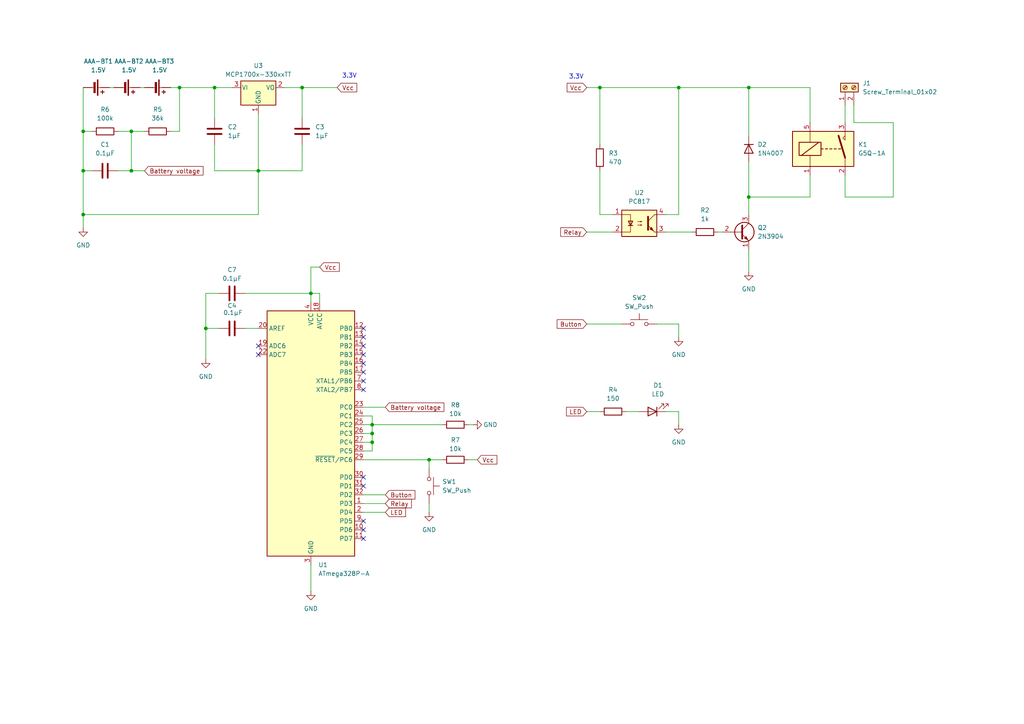
<source format=kicad_sch>
(kicad_sch (version 20250114) (generator "eeschema") (generator_version "9.0")
  (paper "A4")
  (lib_symbols
    (symbol "Connector:Screw_Terminal_01x02" (pin_names (offset 1.016) (hide yes))
      (property "Reference" "J" (at 0 2.54 0))
      (property "Value" "Screw_Terminal_01x02" (at 0 -5.08 0))
      (symbol "Screw_Terminal_01x02_1_1"
        (rectangle (start -1.27 1.27) (end 1.27 -3.81) (stroke (width 0.254)) (fill (type background)))
        (polyline (pts (xy -0.5334 0.3302) (xy 0.3302 -0.508)) (stroke (width 0.1524)))
        (polyline (pts (xy -0.5334 -2.2098) (xy 0.3302 -3.048)) (stroke (width 0.1524)))
        (polyline (pts (xy -0.3556 0.508) (xy 0.508 -0.3302)) (stroke (width 0.1524)))
        (polyline (pts (xy -0.3556 -2.032) (xy 0.508 -2.8702)) (stroke (width 0.1524)))
        (circle (center 0 0) (radius 0.635) (stroke (width 0.1524)))
        (circle (center 0 -2.54) (radius 0.635) (stroke (width 0.1524)))
        (pin passive line (at -5.08 0 0) (length 3.81) (name "Pin_1") (number "1"))
        (pin passive line (at -5.08 -2.54 0) (length 3.81) (name "Pin_2") (number "2"))
      )
    )
    (symbol "Device:Battery_Cell" (pin_numbers (hide yes)) (pin_names (offset 0) (hide yes))
      (property "Reference" "BT" (at 2.54 2.54 0))
      (property "Value" "Battery_Cell" (at 2.54 0 0))
      (symbol "Battery_Cell_0_1"
        (rectangle (start -2.286 1.778) (end 2.286 1.524) (fill (type outline)))
        (rectangle (start -1.524 1.016) (end 1.524 0.508) (fill (type outline)))
        (polyline (pts (xy 0 1.778) (xy 0 2.54)))
        (polyline (pts (xy 0 0.762) (xy 0 0)))
        (polyline (pts (xy 0.762 3.048) (xy 1.778 3.048)) (stroke (width 0.254)))
        (polyline (pts (xy 1.27 3.556) (xy 1.27 2.54)) (stroke (width 0.254)))
      )
      (symbol "Battery_Cell_1_1"
        (pin passive line (at 0 5.08 270) (length 2.54) (name "+") (number "1"))
        (pin passive line (at 0 -2.54 90) (length 2.54) (name "-") (number "2"))
      )
    )
    (symbol "Device:C" (pin_numbers (hide yes)) (pin_names (offset 0.254))
      (property "Reference" "C" (at 0.635 2.54 0))
      (property "Value" "C" (at 0.635 -2.54 0))
      (symbol "C_0_1"
        (polyline (pts (xy -2.032 0.762) (xy 2.032 0.762)) (stroke (width 0.508)))
        (polyline (pts (xy -2.032 -0.762) (xy 2.032 -0.762)) (stroke (width 0.508)))
      )
      (symbol "C_1_1"
        (pin passive line (at 0 3.81 270) (length 2.794) (name "~") (number "1"))
        (pin passive line (at 0 -3.81 90) (length 2.794) (name "~") (number "2"))
      )
    )
    (symbol "Device:LED" (pin_numbers (hide yes)) (pin_names (offset 1.016) (hide yes))
      (property "Reference" "D" (at 0 2.54 0))
      (property "Value" "LED" (at 0 -2.54 0))
      (symbol "LED_0_1"
        (polyline (pts (xy -3.048 -0.762) (xy -4.572 -2.286) (xy -3.81 -2.286) (xy -4.572 -2.286) (xy -4.572 -1.524)))
        (polyline (pts (xy -1.778 -0.762) (xy -3.302 -2.286) (xy -2.54 -2.286) (xy -3.302 -2.286) (xy -3.302 -1.524)))
        (polyline (pts (xy -1.27 0) (xy 1.27 0)))
        (polyline (pts (xy -1.27 -1.27) (xy -1.27 1.27)) (stroke (width 0.254)))
        (polyline (pts (xy 1.27 -1.27) (xy 1.27 1.27) (xy -1.27 0) (xy 1.27 -1.27)) (stroke (width 0.254)))
      )
      (symbol "LED_1_1"
        (pin passive line (at -3.81 0 0) (length 2.54) (name "K") (number "1"))
        (pin passive line (at 3.81 0 180) (length 2.54) (name "A") (number "2"))
      )
    )
    (symbol "Device:R" (pin_numbers (hide yes)) (pin_names (offset 0))
      (property "Reference" "R" (at 2.032 0 90))
      (property "Value" "R" (at 0 0 90))
      (symbol "R_0_1"
        (rectangle (start -1.016 -2.54) (end 1.016 2.54) (stroke (width 0.254)))
      )
      (symbol "R_1_1"
        (pin passive line (at 0 3.81 270) (length 1.27) (name "~") (number "1"))
        (pin passive line (at 0 -3.81 90) (length 1.27) (name "~") (number "2"))
      )
    )
    (symbol "Diode:1N4007" (pin_numbers (hide yes)) (pin_names (hide yes))
      (property "Reference" "D" (at 0 2.54 0))
      (property "Value" "1N4007" (at 0 -2.54 0))
      (symbol "1N4007_0_1"
        (polyline (pts (xy -1.27 1.27) (xy -1.27 -1.27)) (stroke (width 0.254)))
        (polyline (pts (xy 1.27 1.27) (xy 1.27 -1.27) (xy -1.27 0) (xy 1.27 1.27)) (stroke (width 0.254)))
        (polyline (pts (xy 1.27 0) (xy -1.27 0)))
      )
      (symbol "1N4007_1_1"
        (pin passive line (at -3.81 0 0) (length 2.54) (name "K") (number "1"))
        (pin passive line (at 3.81 0 180) (length 2.54) (name "A") (number "2"))
      )
    )
    (symbol "Isolator:PC817" (pin_names (offset 1.016))
      (property "Reference" "U" (at -5.08 5.08 0))
      (property "Value" "PC817" (at 0 5.08 0))
      (symbol "PC817_0_1"
        (rectangle (start -5.08 3.81) (end 5.08 -3.81) (stroke (width 0.254)) (fill (type background)))
        (polyline (pts (xy -5.08 2.54) (xy -2.54 2.54) (xy -2.54 -0.635)))
        (polyline (pts (xy -3.175 -0.635) (xy -1.905 -0.635)) (stroke (width 0.254)))
        (polyline (pts (xy -2.54 -0.635) (xy -2.54 -2.54) (xy -5.08 -2.54)))
        (polyline (pts (xy -2.54 -0.635) (xy -3.175 0.635) (xy -1.905 0.635) (xy -2.54 -0.635)) (stroke (width 0.254)))
        (polyline (pts (xy -0.508 0.508) (xy 0.762 0.508) (xy 0.381 0.381) (xy 0.381 0.635) (xy 0.762 0.508)))
        (polyline (pts (xy -0.508 -0.508) (xy 0.762 -0.508) (xy 0.381 -0.635) (xy 0.381 -0.381) (xy 0.762 -0.508)))
        (polyline (pts (xy 2.54 1.905) (xy 2.54 -1.905) (xy 2.54 -1.905)) (stroke (width 0.508)))
        (polyline (pts (xy 2.54 0.635) (xy 4.445 2.54)))
        (polyline (pts (xy 3.048 -1.651) (xy 3.556 -1.143) (xy 4.064 -2.159) (xy 3.048 -1.651) (xy 3.048 -1.651)) (fill (type outline)))
        (polyline (pts (xy 4.445 2.54) (xy 5.08 2.54)))
        (polyline (pts (xy 4.445 -2.54) (xy 2.54 -0.635)) (fill (type outline)))
        (polyline (pts (xy 4.445 -2.54) (xy 5.08 -2.54)))
      )
      (symbol "PC817_1_1"
        (pin passive line (at -7.62 2.54 0) (length 2.54) (name "~") (number "1"))
        (pin passive line (at -7.62 -2.54 0) (length 2.54) (name "~") (number "2"))
        (pin passive line (at 7.62 2.54 180) (length 2.54) (name "~") (number "4"))
        (pin passive line (at 7.62 -2.54 180) (length 2.54) (name "~") (number "3"))
      )
    )
    (symbol "MCU_Microchip_ATmega:ATmega328P-A"
      (property "Reference" "U" (at -12.7 36.83 0))
      (property "Value" "ATmega328P-A" (at 2.54 -36.83 0))
      (symbol "ATmega328P-A_0_1"
        (rectangle (start -12.7 -35.56) (end 12.7 35.56) (stroke (width 0.254)) (fill (type background)))
      )
      (symbol "ATmega328P-A_1_1"
        (pin passive line (at -15.24 30.48 0) (length 2.54) (name "AREF") (number "20"))
        (pin input line (at -15.24 25.4 0) (length 2.54) (name "ADC6") (number "19"))
        (pin input line (at -15.24 22.86 0) (length 2.54) (name "ADC7") (number "22"))
        (pin power_in line (at 0 38.1 270) (length 2.54) (name "VCC") (number "4"))
        (pin passive line (at 0 38.1 270) (length 2.54) (hide yes) (name "VCC") (number "6"))
        (pin passive line (at 0 -38.1 90) (length 2.54) (hide yes) (name "GND") (number "21"))
        (pin power_in line (at 0 -38.1 90) (length 2.54) (name "GND") (number "3"))
        (pin passive line (at 0 -38.1 90) (length 2.54) (hide yes) (name "GND") (number "5"))
        (pin power_in line (at 2.54 38.1 270) (length 2.54) (name "AVCC") (number "18"))
        (pin bidirectional line (at 15.24 30.48 180) (length 2.54) (name "PB0") (number "12"))
        (pin bidirectional line (at 15.24 27.94 180) (length 2.54) (name "PB1") (number "13"))
        (pin bidirectional line (at 15.24 25.4 180) (length 2.54) (name "PB2") (number "14"))
        (pin bidirectional line (at 15.24 22.86 180) (length 2.54) (name "PB3") (number "15"))
        (pin bidirectional line (at 15.24 20.32 180) (length 2.54) (name "PB4") (number "16"))
        (pin bidirectional line (at 15.24 17.78 180) (length 2.54) (name "PB5") (number "17"))
        (pin bidirectional line (at 15.24 15.24 180) (length 2.54) (name "XTAL1/PB6") (number "7"))
        (pin bidirectional line (at 15.24 12.7 180) (length 2.54) (name "XTAL2/PB7") (number "8"))
        (pin bidirectional line (at 15.24 7.62 180) (length 2.54) (name "PC0") (number "23"))
        (pin bidirectional line (at 15.24 5.08 180) (length 2.54) (name "PC1") (number "24"))
        (pin bidirectional line (at 15.24 2.54 180) (length 2.54) (name "PC2") (number "25"))
        (pin bidirectional line (at 15.24 0 180) (length 2.54) (name "PC3") (number "26"))
        (pin bidirectional line (at 15.24 -2.54 180) (length 2.54) (name "PC4") (number "27"))
        (pin bidirectional line (at 15.24 -5.08 180) (length 2.54) (name "PC5") (number "28"))
        (pin bidirectional line (at 15.24 -7.62 180) (length 2.54) (name "~{RESET}/PC6") (number "29"))
        (pin bidirectional line (at 15.24 -12.7 180) (length 2.54) (name "PD0") (number "30"))
        (pin bidirectional line (at 15.24 -15.24 180) (length 2.54) (name "PD1") (number "31"))
        (pin bidirectional line (at 15.24 -17.78 180) (length 2.54) (name "PD2") (number "32"))
        (pin bidirectional line (at 15.24 -20.32 180) (length 2.54) (name "PD3") (number "1"))
        (pin bidirectional line (at 15.24 -22.86 180) (length 2.54) (name "PD4") (number "2"))
        (pin bidirectional line (at 15.24 -25.4 180) (length 2.54) (name "PD5") (number "9"))
        (pin bidirectional line (at 15.24 -27.94 180) (length 2.54) (name "PD6") (number "10"))
        (pin bidirectional line (at 15.24 -30.48 180) (length 2.54) (name "PD7") (number "11"))
      )
    )
    (symbol "Regulator_Linear:MCP1700x-330xxTT" (pin_names (offset 0.254))
      (property "Reference" "U" (at -3.81 3.175 0))
      (property "Value" "MCP1700x-330xxTT" (at 0 3.175 0))
      (symbol "MCP1700x-330xxTT_0_1"
        (rectangle (start -5.08 1.905) (end 5.08 -5.08) (stroke (width 0.254)) (fill (type background)))
      )
      (symbol "MCP1700x-330xxTT_1_1"
        (pin power_in line (at -7.62 0 0) (length 2.54) (name "VI") (number "3"))
        (pin power_in line (at 0 -7.62 90) (length 2.54) (name "GND") (number "1"))
        (pin power_out line (at 7.62 0 180) (length 2.54) (name "VO") (number "2"))
      )
    )
    (symbol "Relay:G5Q-1A"
      (property "Reference" "K" (at 8.89 3.81 0))
      (property "Value" "G5Q-1A" (at 8.89 1.27 0))
      (symbol "G5Q-1A_0_0"
        (polyline (pts (xy 5.08 5.08) (xy 5.08 2.54) (xy 4.445 3.175) (xy 5.08 3.81)))
      )
      (symbol "G5Q-1A_0_1"
        (rectangle (start -10.16 5.08) (end 7.62 -5.08) (stroke (width 0.254)) (fill (type background)))
        (rectangle (start -8.255 1.905) (end -1.905 -1.905) (stroke (width 0.254)))
        (polyline (pts (xy -7.62 -1.905) (xy -2.54 1.905)) (stroke (width 0.254)))
        (polyline (pts (xy -5.08 5.08) (xy -5.08 1.905)))
        (polyline (pts (xy -5.08 -5.08) (xy -5.08 -1.905)))
        (polyline (pts (xy -1.905 0) (xy -1.27 0)) (stroke (width 0.254)))
        (polyline (pts (xy -0.635 0) (xy 0 0)) (stroke (width 0.254)))
        (polyline (pts (xy 0.635 0) (xy 1.27 0)) (stroke (width 0.254)))
        (polyline (pts (xy 1.905 0) (xy 2.54 0)) (stroke (width 0.254)))
        (polyline (pts (xy 3.175 0) (xy 3.81 0)) (stroke (width 0.254)))
        (polyline (pts (xy 5.08 -2.54) (xy 3.175 3.81)) (stroke (width 0.508)))
        (polyline (pts (xy 5.08 -2.54) (xy 5.08 -5.08)))
      )
      (symbol "G5Q-1A_1_1"
        (pin passive line (at -5.08 7.62 270) (length 2.54) (name "~") (number "5"))
        (pin passive line (at -5.08 -7.62 90) (length 2.54) (name "~") (number "1"))
        (pin passive line (at 5.08 7.62 270) (length 2.54) (name "~") (number "3"))
        (pin passive line (at 5.08 -7.62 90) (length 2.54) (name "~") (number "2"))
      )
    )
    (symbol "Switch:SW_Push" (pin_numbers (hide yes)) (pin_names (offset 1.016) (hide yes))
      (property "Reference" "SW" (at 1.27 2.54 0))
      (property "Value" "SW_Push" (at 0 -1.524 0))
      (symbol "SW_Push_0_1"
        (circle (center -2.032 0) (radius 0.508))
        (polyline (pts (xy 0 1.27) (xy 0 3.048)))
        (circle (center 2.032 0) (radius 0.508))
        (polyline (pts (xy 2.54 1.27) (xy -2.54 1.27)))
        (pin passive line (at -5.08 0 0) (length 2.54) (name "1") (number "1"))
        (pin passive line (at 5.08 0 180) (length 2.54) (name "2") (number "2"))
      )
    )
    (symbol "Transistor_BJT:2N3904" (pin_names (offset 0) (hide yes))
      (property "Reference" "Q" (at 5.08 1.905 0))
      (property "Value" "2N3904" (at 5.08 0 0))
      (symbol "2N3904_0_1"
        (polyline (pts (xy -2.54 0) (xy 0.635 0)))
        (polyline (pts (xy 0.635 1.905) (xy 0.635 -1.905)) (stroke (width 0.508)))
        (circle (center 1.27 0) (radius 2.8194) (stroke (width 0.254)))
      )
      (symbol "2N3904_1_1"
        (polyline (pts (xy 0.635 0.635) (xy 2.54 2.54)))
        (polyline (pts (xy 0.635 -0.635) (xy 2.54 -2.54)))
        (polyline (pts (xy 1.27 -1.778) (xy 1.778 -1.27) (xy 2.286 -2.286) (xy 1.27 -1.778)) (fill (type outline)))
        (pin input line (at -5.08 0 0) (length 2.54) (name "B") (number "2"))
        (pin passive line (at 2.54 5.08 270) (length 2.54) (name "C") (number "3"))
        (pin passive line (at 2.54 -5.08 90) (length 2.54) (name "E") (number "1"))
      )
    )
    (symbol "power:GND" (power) (pin_numbers (hide yes)) (pin_names (offset 0) (hide yes))
      (property "Value" "GND" (at 0 -3.81 0))
      (symbol "GND_0_1"
        (polyline (pts (xy 0 0) (xy 0 -1.27) (xy 1.27 -1.27) (xy 0 -2.54) (xy -1.27 -1.27) (xy 0 -1.27)))
      )
      (symbol "GND_1_1"
        (pin power_in line (at 0 0 270) (length 0) (name "~") (number "1"))
      )
    )
  )
  (text "3.3V" (at 167.132 22.352 0) (effects (font (size 1.27 1.27))))
  (text "3.3V" (at 101.346 22.098 0) (effects (font (size 1.27 1.27))))
  (junction (at 62.23 25.4))
  (junction (at 107.95 128.27))
  (junction (at 87.63 25.4))
  (junction (at 107.95 123.19))
  (junction (at 217.17 57.15))
  (junction (at 74.93 49.53))
  (junction (at 217.17 25.4))
  (junction (at 124.46 133.35))
  (junction (at 90.17 85.09))
  (junction (at 107.95 125.73))
  (junction (at 38.1 49.53))
  (junction (at 24.13 62.23))
  (junction (at 59.69 95.25))
  (junction (at 173.99 25.4))
  (junction (at 24.13 38.1))
  (junction (at 196.85 25.4))
  (junction (at 52.07 25.4))
  (junction (at 24.13 49.53))
  (junction (at 38.1 38.1))
  (no_connect (at 105.41 156.21))
  (no_connect (at 105.41 102.87))
  (no_connect (at 105.41 138.43))
  (no_connect (at 105.41 153.67))
  (no_connect (at 105.41 113.03))
  (no_connect (at 74.93 100.33))
  (no_connect (at 105.41 151.13))
  (no_connect (at 105.41 105.41))
  (no_connect (at 105.41 140.97))
  (no_connect (at 105.41 95.25))
  (no_connect (at 105.41 110.49))
  (no_connect (at 105.41 107.95))
  (no_connect (at 74.93 102.87))
  (no_connect (at 105.41 100.33))
  (no_connect (at 105.41 97.79))
  (wire (pts (xy 24.13 49.53) (xy 24.13 62.23)))
  (wire (pts (xy 170.18 93.98) (xy 180.34 93.98)))
  (wire (pts (xy 74.93 49.53) (xy 74.93 62.23)))
  (wire (pts (xy 107.95 130.81) (xy 107.95 128.27)))
  (wire (pts (xy 196.85 123.19) (xy 196.85 119.38)))
  (wire (pts (xy 38.1 49.53) (xy 38.1 38.1)))
  (wire (pts (xy 31.75 25.4) (xy 33.02 25.4)))
  (wire (pts (xy 173.99 25.4) (xy 173.99 41.91)))
  (wire (pts (xy 52.07 25.4) (xy 52.07 38.1)))
  (wire (pts (xy 173.99 62.23) (xy 177.8 62.23)))
  (wire (pts (xy 90.17 85.09) (xy 90.17 77.47)))
  (wire (pts (xy 259.08 35.56) (xy 259.08 57.15)))
  (wire (pts (xy 71.12 85.09) (xy 90.17 85.09)))
  (wire (pts (xy 24.13 62.23) (xy 24.13 66.04)))
  (wire (pts (xy 107.95 120.65) (xy 105.41 120.65)))
  (wire (pts (xy 196.85 119.38) (xy 193.04 119.38)))
  (wire (pts (xy 71.12 95.25) (xy 74.93 95.25)))
  (wire (pts (xy 208.28 67.31) (xy 209.55 67.31)))
  (wire (pts (xy 90.17 77.47) (xy 92.71 77.47)))
  (wire (pts (xy 105.41 133.35) (xy 124.46 133.35)))
  (wire (pts (xy 105.41 123.19) (xy 107.95 123.19)))
  (wire (pts (xy 247.65 30.48) (xy 247.65 35.56)))
  (wire (pts (xy 74.93 62.23) (xy 24.13 62.23)))
  (wire (pts (xy 135.89 123.19) (xy 137.16 123.19)))
  (wire (pts (xy 196.85 25.4) (xy 196.85 62.23)))
  (wire (pts (xy 62.23 49.53) (xy 74.93 49.53)))
  (wire (pts (xy 59.69 85.09) (xy 63.5 85.09)))
  (wire (pts (xy 170.18 67.31) (xy 177.8 67.31)))
  (wire (pts (xy 34.29 38.1) (xy 38.1 38.1)))
  (wire (pts (xy 90.17 163.83) (xy 90.17 171.45)))
  (wire (pts (xy 41.91 25.4) (xy 40.64 25.4)))
  (wire (pts (xy 87.63 49.53) (xy 87.63 41.91)))
  (wire (pts (xy 74.93 49.53) (xy 87.63 49.53)))
  (wire (pts (xy 196.85 93.98) (xy 190.5 93.98)))
  (wire (pts (xy 62.23 25.4) (xy 62.23 34.29)))
  (wire (pts (xy 105.41 128.27) (xy 107.95 128.27)))
  (wire (pts (xy 259.08 57.15) (xy 245.11 57.15)))
  (wire (pts (xy 173.99 25.4) (xy 196.85 25.4)))
  (wire (pts (xy 26.67 38.1) (xy 24.13 38.1)))
  (wire (pts (xy 196.85 97.79) (xy 196.85 93.98)))
  (wire (pts (xy 170.18 119.38) (xy 173.99 119.38)))
  (wire (pts (xy 124.46 146.05) (xy 124.46 148.59)))
  (wire (pts (xy 87.63 34.29) (xy 87.63 25.4)))
  (wire (pts (xy 124.46 133.35) (xy 124.46 135.89)))
  (wire (pts (xy 105.41 146.05) (xy 111.76 146.05)))
  (wire (pts (xy 107.95 123.19) (xy 128.27 123.19)))
  (wire (pts (xy 217.17 46.99) (xy 217.17 57.15)))
  (wire (pts (xy 173.99 49.53) (xy 173.99 62.23)))
  (wire (pts (xy 170.18 25.4) (xy 173.99 25.4)))
  (wire (pts (xy 92.71 85.09) (xy 90.17 85.09)))
  (wire (pts (xy 107.95 123.19) (xy 107.95 120.65)))
  (wire (pts (xy 196.85 25.4) (xy 217.17 25.4)))
  (wire (pts (xy 107.95 125.73) (xy 105.41 125.73)))
  (wire (pts (xy 92.71 87.63) (xy 92.71 85.09)))
  (wire (pts (xy 87.63 25.4) (xy 82.55 25.4)))
  (wire (pts (xy 38.1 38.1) (xy 41.91 38.1)))
  (wire (pts (xy 24.13 25.4) (xy 24.13 38.1)))
  (wire (pts (xy 38.1 49.53) (xy 41.91 49.53)))
  (wire (pts (xy 87.63 25.4) (xy 97.79 25.4)))
  (wire (pts (xy 52.07 25.4) (xy 62.23 25.4)))
  (wire (pts (xy 181.61 119.38) (xy 185.42 119.38)))
  (wire (pts (xy 107.95 128.27) (xy 107.95 125.73)))
  (wire (pts (xy 234.95 35.56) (xy 234.95 25.4)))
  (wire (pts (xy 105.41 143.51) (xy 111.76 143.51)))
  (wire (pts (xy 217.17 57.15) (xy 234.95 57.15)))
  (wire (pts (xy 59.69 95.25) (xy 63.5 95.25)))
  (wire (pts (xy 59.69 95.25) (xy 59.69 104.14)))
  (wire (pts (xy 34.29 49.53) (xy 38.1 49.53)))
  (wire (pts (xy 24.13 38.1) (xy 24.13 49.53)))
  (wire (pts (xy 124.46 133.35) (xy 128.27 133.35)))
  (wire (pts (xy 52.07 38.1) (xy 49.53 38.1)))
  (wire (pts (xy 59.69 85.09) (xy 59.69 95.25)))
  (wire (pts (xy 247.65 35.56) (xy 259.08 35.56)))
  (wire (pts (xy 234.95 25.4) (xy 217.17 25.4)))
  (wire (pts (xy 245.11 30.48) (xy 245.11 35.56)))
  (wire (pts (xy 105.41 148.59) (xy 111.76 148.59)))
  (wire (pts (xy 62.23 49.53) (xy 62.23 41.91)))
  (wire (pts (xy 105.41 130.81) (xy 107.95 130.81)))
  (wire (pts (xy 193.04 67.31) (xy 200.66 67.31)))
  (wire (pts (xy 107.95 123.19) (xy 107.95 125.73)))
  (wire (pts (xy 217.17 72.39) (xy 217.17 78.74)))
  (wire (pts (xy 217.17 25.4) (xy 217.17 39.37)))
  (wire (pts (xy 217.17 62.23) (xy 217.17 57.15)))
  (wire (pts (xy 105.41 118.11) (xy 111.76 118.11)))
  (wire (pts (xy 49.53 25.4) (xy 52.07 25.4)))
  (wire (pts (xy 138.43 133.35) (xy 135.89 133.35)))
  (wire (pts (xy 74.93 33.02) (xy 74.93 49.53)))
  (wire (pts (xy 245.11 50.8) (xy 245.11 57.15)))
  (wire (pts (xy 234.95 57.15) (xy 234.95 50.8)))
  (wire (pts (xy 193.04 62.23) (xy 196.85 62.23)))
  (wire (pts (xy 62.23 25.4) (xy 67.31 25.4)))
  (wire (pts (xy 90.17 85.09) (xy 90.17 87.63)))
  (wire (pts (xy 24.13 49.53) (xy 26.67 49.53)))
  (global_label "Battery voltage" (shape input) (at 111.76 118.11 0) (property "Intersheetrefs" "${INTERSHEET_REFS}" (effects (hide yes))))
  (global_label "Relay" (shape input) (at 111.76 146.05 0) (property "Intersheetrefs" "${INTERSHEET_REFS}" (effects (hide yes))))
  (global_label "LED" (shape input) (at 111.76 148.59 0) (property "Intersheetrefs" "${INTERSHEET_REFS}" (effects (hide yes))))
  (global_label "Vcc" (shape input) (at 97.79 25.4 0) (property "Intersheetrefs" "${INTERSHEET_REFS}" (effects (hide yes))))
  (global_label "Button" (shape input) (at 170.18 93.98 180) (property "Intersheetrefs" "${INTERSHEET_REFS}" (effects (hide yes))))
  (global_label "Battery voltage" (shape input) (at 41.91 49.53 0) (property "Intersheetrefs" "${INTERSHEET_REFS}" (effects (hide yes))))
  (global_label "Relay" (shape input) (at 170.18 67.31 180) (property "Intersheetrefs" "${INTERSHEET_REFS}" (effects (hide yes))))
  (global_label "Vcc" (shape input) (at 170.18 25.4 180) (property "Intersheetrefs" "${INTERSHEET_REFS}" (effects (hide yes))))
  (global_label "Vcc" (shape input) (at 92.71 77.47 0) (property "Intersheetrefs" "${INTERSHEET_REFS}" (effects (hide yes))))
  (global_label "Vcc" (shape input) (at 138.43 133.35 0) (property "Intersheetrefs" "${INTERSHEET_REFS}" (effects (hide yes))))
  (global_label "LED" (shape input) (at 170.18 119.38 180) (property "Intersheetrefs" "${INTERSHEET_REFS}" (effects (hide yes))))
  (global_label "Button" (shape input) (at 111.76 143.51 0) (property "Intersheetrefs" "${INTERSHEET_REFS}" (effects (hide yes))))
  (symbol (lib_id "Device:R") (at 177.8 119.38 270) (unit 1)
    (property "Reference" "R4" (at 177.8 113.03 90))
    (property "Value" "150" (at 177.8 115.57 90))
    (property "Footprint" "Resistor_SMD:R_0805_2012Metric" (effects (hide yes)))
    (property "Description" "Resistor" (effects (hide yes)))
  )
  (symbol (lib_id "power:GND") (at 196.85 97.79 0) (unit 1)
    (property "Reference" "#PWR08" (effects (hide yes)))
    (property "Value" "GND" (at 196.85 102.87 0))
    (property "Description" "Power symbol creates a global label with name \"GND\" , ground" (effects (hide yes)))
  )
  (symbol (lib_id "power:GND") (at 59.69 104.14 0) (unit 1)
    (property "Reference" "#PWR02" (effects (hide yes)))
    (property "Value" "GND" (at 59.69 109.22 0))
    (property "Description" "Power symbol creates a global label with name \"GND\" , ground" (effects (hide yes)))
  )
  (symbol (lib_id "Switch:SW_Push") (at 185.42 93.98 0) (unit 1)
    (property "Reference" "SW2" (at 185.42 86.36 0))
    (property "Value" "SW_Push" (at 185.42 88.9 0))
    (property "Footprint" "Button_Switch_SMD:SW_SPST_PTS647_Sx70" (effects (hide yes)))
    (property "Description" "Push button switch, generic, two pins" (effects (hide yes)))
  )
  (symbol (lib_id "power:GND") (at 24.13 66.04 0) (unit 1)
    (property "Reference" "#PWR07" (effects (hide yes)))
    (property "Value" "GND" (at 24.13 71.12 0))
    (property "Description" "Power symbol creates a global label with name \"GND\" , ground" (effects (hide yes)))
  )
  (symbol (lib_id "Device:C") (at 67.31 85.09 90) (unit 1)
    (property "Reference" "C7" (at 67.31 78.232 90))
    (property "Value" "0.1µF" (at 67.31 80.772 90))
    (property "Footprint" "Capacitor_SMD:C_0805_2012Metric" (effects (hide yes)))
    (property "Description" "Unpolarized capacitor" (effects (hide yes)))
  )
  (symbol (lib_id "power:GND") (at 137.16 123.19 90) (unit 1)
    (property "Reference" "#PWR09" (effects (hide yes)))
    (property "Value" "GND" (at 142.24 123.19 90))
    (property "Description" "Power symbol creates a global label with name \"GND\" , ground" (effects (hide yes)))
  )
  (symbol (lib_id "Device:R") (at 173.99 45.72 0) (unit 1)
    (property "Reference" "R3" (at 176.53 44.4499 0) (effects (justify left)))
    (property "Value" "470" (at 176.53 46.9899 0) (effects (justify left)))
    (property "Footprint" "Resistor_SMD:R_0805_2012Metric" (effects (hide yes)))
    (property "Description" "Resistor" (effects (hide yes)))
  )
  (symbol (lib_id "Device:C") (at 30.48 49.53 90) (unit 1)
    (property "Reference" "C1" (at 30.48 41.91 90))
    (property "Value" "0.1µF" (at 30.48 44.45 90))
    (property "Footprint" "Capacitor_SMD:C_0805_2012Metric" (effects (hide yes)))
    (property "Description" "Unpolarized capacitor" (effects (hide yes)))
  )
  (symbol (lib_id "Device:C") (at 87.63 38.1 180) (unit 1)
    (property "Reference" "C3" (at 91.44 36.8299 0) (effects (justify right)))
    (property "Value" "1µF" (at 91.44 39.3699 0) (effects (justify right)))
    (property "Footprint" "Capacitor_SMD:C_0805_2012Metric" (effects (hide yes)))
    (property "Description" "Unpolarized capacitor" (effects (hide yes)))
  )
  (symbol (lib_id "Switch:SW_Push") (at 124.46 140.97 270) (unit 1)
    (property "Reference" "SW1" (at 128.27 139.6999 90) (effects (justify left)))
    (property "Value" "SW_Push" (at 128.27 142.2399 90) (effects (justify left)))
    (property "Footprint" "Button_Switch_SMD:SW_SPST_CK_RS282G05A3" (effects (hide yes)))
    (property "Description" "Push button switch, generic, two pins" (effects (hide yes)))
  )
  (symbol (lib_id "Device:R") (at 45.72 38.1 270) (unit 1)
    (property "Reference" "R5" (at 45.72 31.75 90))
    (property "Value" "36k" (at 45.72 34.29 90))
    (property "Footprint" "Resistor_SMD:R_0805_2012Metric" (effects (hide yes)))
    (property "Description" "Resistor" (effects (hide yes)))
  )
  (symbol (lib_id "Connector:Screw_Terminal_01x02") (at 245.11 25.4 90) (unit 1)
    (property "Reference" "J1" (at 250.19 24.1299 90) (effects (justify right)))
    (property "Value" "Screw_Terminal_01x02" (at 250.19 26.6699 90) (effects (justify right)))
    (property "Footprint" "TerminalBlock_Phoenix:TerminalBlock_Phoenix_MKDS-1,5-2_1x02_P5.00mm_Horizontal" (effects (hide yes)))
    (property "Description" "Generic screw terminal, single row, 01x02, script generated (kicad-library-utils/schlib/autogen/connector/)" (effects (hide yes)))
  )
  (symbol (lib_id "Isolator:PC817") (at 185.42 64.77 0) (unit 1)
    (property "Reference" "U2" (at 185.42 55.88 0))
    (property "Value" "PC817" (at 185.42 58.42 0))
    (property "Footprint" "Package_DIP:DIP-4_W7.62mm" (effects (hide yes)))
    (property "Datasheet" "http://www.soselectronic.cz/a_info/resource/d/pc817.pdf" (effects (hide yes)))
    (property "Description" "DC Optocoupler, Vce 35V, CTR 50-300%, DIP-4" (effects (hide yes)))
  )
  (symbol (lib_id "Device:R") (at 30.48 38.1 270) (unit 1)
    (property "Reference" "R6" (at 30.48 31.75 90))
    (property "Value" "100k" (at 30.48 34.29 90))
    (property "Footprint" "Resistor_SMD:R_0805_2012Metric" (effects (hide yes)))
    (property "Description" "Resistor" (effects (hide yes)))
  )
  (symbol (lib_id "Device:Battery_Cell") (at 44.45 25.4 270) (unit 1)
    (property "Reference" "AAA-BT3" (at 46.2915 17.78 90))
    (property "Value" "1.5V" (at 46.2915 20.32 90))
    (property "Footprint" "Battery:BatteryHolder_Keystone_2466_1xAAA" (effects (hide yes)))
    (property "Description" "Single-cell battery" (effects (hide yes)))
  )
  (symbol (lib_id "Transistor_BJT:2N3904") (at 214.63 67.31 0) (unit 1)
    (property "Reference" "Q2" (at 219.71 66.0399 0) (effects (justify left)))
    (property "Value" "2N3904" (at 219.71 68.5799 0) (effects (justify left)))
    (property "Footprint" "Package_TO_SOT_THT:TO-92_Inline" (effects (hide yes)))
    (property "Datasheet" "https://www.onsemi.com/pub/Collateral/2N3903-D.PDF" (effects (hide yes)))
    (property "Description" "0.2A Ic, 40V Vce, Small Signal NPN Transistor, TO-92" (effects (hide yes)))
  )
  (symbol (lib_id "power:GND") (at 90.17 171.45 0) (unit 1)
    (property "Reference" "#PWR05" (effects (hide yes)))
    (property "Value" "GND" (at 90.17 176.53 0))
    (property "Description" "Power symbol creates a global label with name \"GND\" , ground" (effects (hide yes)))
  )
  (symbol (lib_id "Diode:1N4007") (at 217.17 43.18 270) (unit 1)
    (property "Reference" "D2" (at 219.71 41.9099 90) (effects (justify left)))
    (property "Value" "1N4007" (at 219.71 44.4499 90) (effects (justify left)))
    (property "Footprint" "Diode_THT:D_DO-41_SOD81_P10.16mm_Horizontal" (effects (hide yes)))
    (property "Datasheet" "http://www.vishay.com/docs/88503/1n4001.pdf" (effects (hide yes)))
    (property "Description" "1000V 1A General Purpose Rectifier Diode, DO-41" (effects (hide yes)))
    (property "Sim.Device" "D" (effects (hide yes)))
    (property "Sim.Pins" "1=K 2=A" (effects (hide yes)))
  )
  (symbol (lib_id "Device:Battery_Cell") (at 35.56 25.4 270) (unit 1)
    (property "Reference" "AAA-BT2" (at 37.4015 17.78 90))
    (property "Value" "1.5V" (at 37.4015 20.32 90))
    (property "Footprint" "Battery:BatteryHolder_Keystone_2466_1xAAA" (effects (hide yes)))
    (property "Description" "Single-cell battery" (effects (hide yes)))
  )
  (symbol (lib_id "MCU_Microchip_ATmega:ATmega328P-A") (at 90.17 125.73 0) (unit 1)
    (property "Reference" "U1" (at 92.3133 163.83 0) (effects (justify left)))
    (property "Value" "ATmega328P-A" (at 92.3133 166.37 0) (effects (justify left)))
    (property "Footprint" "Package_QFP:TQFP-32_7x7mm_P0.8mm" (effects (hide yes)))
    (property "Datasheet" "http://ww1.microchip.com/downloads/en/DeviceDoc/ATmega328_P%20AVR%20MCU%20with%20picoPower%20Technology%20Data%20Sheet%2040001984A.pdf" (effects (hide yes)))
    (property "Description" "20MHz, 32kB Flash, 2kB SRAM, 1kB EEPROM, TQFP-32" (effects (hide yes)))
  )
  (symbol (lib_id "power:GND") (at 217.17 78.74 0) (unit 1)
    (property "Reference" "#PWR04" (effects (hide yes)))
    (property "Value" "GND" (at 217.17 83.82 0))
    (property "Description" "Power symbol creates a global label with name \"GND\" , ground" (effects (hide yes)))
  )
  (symbol (lib_id "Device:LED") (at 189.23 119.38 180) (unit 1)
    (property "Reference" "D1" (at 190.8175 111.76 0))
    (property "Value" "LED" (at 190.8175 114.3 0))
    (property "Footprint" "LED_THT:LED_D3.0mm_FlatTop" (effects (hide yes)))
    (property "Description" "Light emitting diode" (effects (hide yes)))
    (property "Sim.Pins" "1=K 2=A" (effects (hide yes)))
  )
  (symbol (lib_id "Device:C") (at 62.23 38.1 180) (unit 1)
    (property "Reference" "C2" (at 66.04 36.8299 0) (effects (justify right)))
    (property "Value" "1µF" (at 66.04 39.3699 0) (effects (justify right)))
    (property "Footprint" "Capacitor_SMD:C_0805_2012Metric" (effects (hide yes)))
    (property "Description" "Unpolarized capacitor" (effects (hide yes)))
  )
  (symbol (lib_id "Device:R") (at 132.08 123.19 270) (unit 1)
    (property "Reference" "R8" (at 132.08 117.475 90))
    (property "Value" "10k" (at 132.08 120.015 90))
    (property "Footprint" "Resistor_SMD:R_0805_2012Metric" (effects (hide yes)))
    (property "Description" "Resistor" (effects (hide yes)))
  )
  (symbol (lib_id "Regulator_Linear:MCP1700x-330xxTT") (at 74.93 25.4 0) (unit 1)
    (property "Reference" "U3" (at 74.93 19.05 0))
    (property "Value" "MCP1700x-330xxTT" (at 74.93 21.59 0))
    (property "Footprint" "Package_TO_SOT_SMD:SOT-23" (effects (hide yes)))
    (property "Datasheet" "http://ww1.microchip.com/downloads/en/DeviceDoc/20001826D.pdf" (effects (hide yes)))
    (property "Description" "250mA Low Quiscent Current LDO, 3.3V output, SOT-23" (effects (hide yes)))
  )
  (symbol (lib_id "Device:R") (at 204.47 67.31 90) (unit 1)
    (property "Reference" "R2" (at 204.47 60.96 90))
    (property "Value" "1k" (at 204.47 63.5 90))
    (property "Footprint" "Resistor_SMD:R_0805_2012Metric" (effects (hide yes)))
    (property "Description" "Resistor" (effects (hide yes)))
  )
  (symbol (lib_id "Device:C") (at 67.31 95.25 90) (unit 1)
    (property "Reference" "C4" (at 67.31 88.646 90))
    (property "Value" "0.1µF" (at 67.564 90.678 90))
    (property "Footprint" "Capacitor_SMD:C_0805_2012Metric" (effects (hide yes)))
    (property "Description" "Unpolarized capacitor" (effects (hide yes)))
  )
  (symbol (lib_id "Device:R") (at 132.08 133.35 270) (unit 1)
    (property "Reference" "R7" (at 132.08 127.635 90))
    (property "Value" "10k" (at 132.08 130.175 90))
    (property "Footprint" "Resistor_SMD:R_0805_2012Metric" (effects (hide yes)))
    (property "Description" "Resistor" (effects (hide yes)))
  )
  (symbol (lib_id "power:GND") (at 124.46 148.59 0) (unit 1)
    (property "Reference" "#PWR06" (effects (hide yes)))
    (property "Value" "GND" (at 124.46 153.67 0))
    (property "Description" "Power symbol creates a global label with name \"GND\" , ground" (effects (hide yes)))
  )
  (symbol (lib_id "power:GND") (at 196.85 123.19 0) (unit 1)
    (property "Reference" "#PWR03" (effects (hide yes)))
    (property "Value" "GND" (at 196.85 128.27 0))
    (property "Description" "Power symbol creates a global label with name \"GND\" , ground" (effects (hide yes)))
  )
  (symbol (lib_id "Device:Battery_Cell") (at 26.67 25.4 270) (unit 1)
    (property "Reference" "AAA-BT1" (at 28.5115 17.78 90))
    (property "Value" "1.5V" (at 28.5115 20.32 90))
    (property "Footprint" "Battery:BatteryHolder_Keystone_2466_1xAAA" (effects (hide yes)))
    (property "Description" "Single-cell battery" (effects (hide yes)))
  )
  (symbol (lib_id "Relay:G5Q-1A") (at 240.03 43.18 0) (unit 1)
    (property "Reference" "K1" (at 248.92 41.9099 0) (effects (justify left)))
    (property "Value" "G5Q-1A" (at 248.92 44.4499 0) (effects (justify left)))
    (property "Footprint" "Relay_THT:Relay_SPST_Omron-G5Q-1A" (effects (hide yes)))
    (property "Datasheet" "https://www.omron.com/ecb/products/pdf/en-g5q.pdf" (effects (hide yes)))
    (property "Description" "Omron G5Q relay, Miniature Single Pole, SPST-NO, 10A" (effects (hide yes)))
  )
)
</source>
